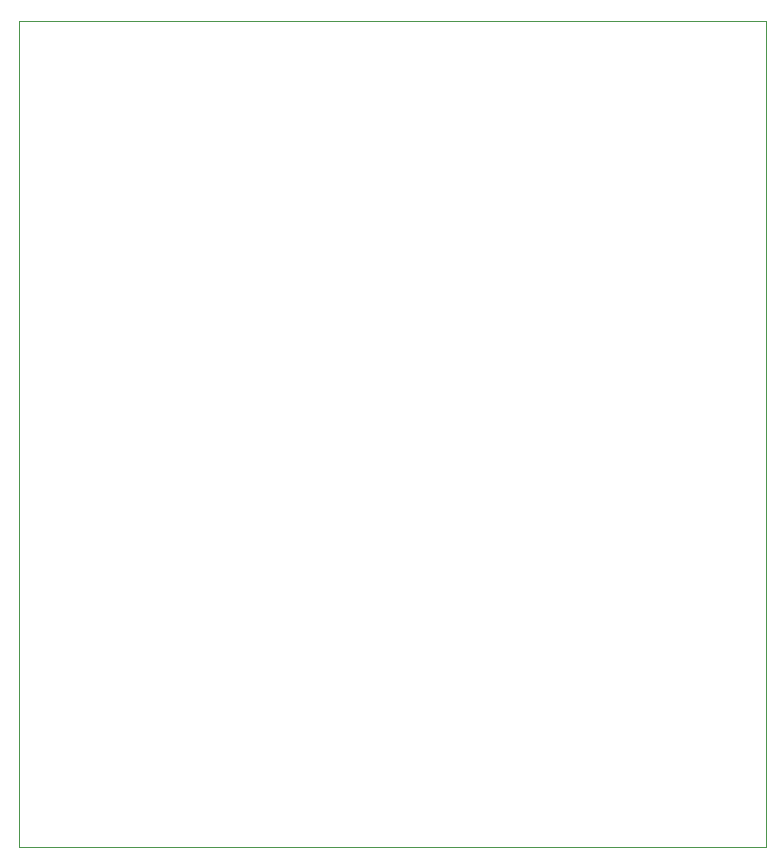
<source format=gbr>
%TF.GenerationSoftware,Altium Limited,Altium Designer,25.1.2 (22)*%
G04 Layer_Color=0*
%FSLAX45Y45*%
%MOMM*%
%TF.SameCoordinates,1C06C3B9-49BF-4118-97EA-890E98B7FEE3*%
%TF.FilePolarity,Positive*%
%TF.FileFunction,Profile,NP*%
%TF.Part,Single*%
G01*
G75*
%TA.AperFunction,Profile*%
%ADD65C,0.02540*%
D65*
X8839200Y14478000D02*
X2514600D01*
Y7480300D01*
X8839200D01*
Y14478000D01*
%TF.MD5,a38df2b5b9264caa4ae9ce648712262f*%
M02*

</source>
